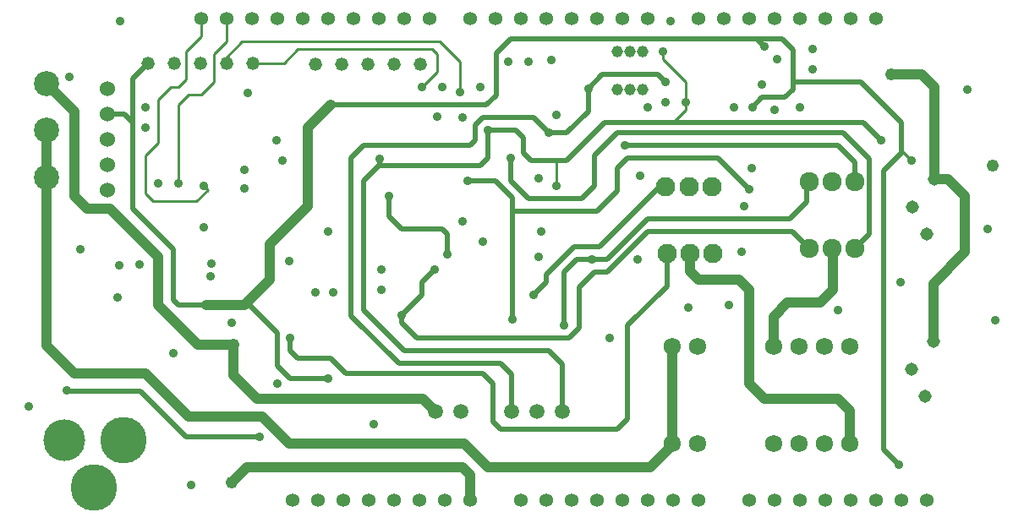
<source format=gbr>
G04 EAGLE Gerber RS-274X export*
G75*
%MOMM*%
%FSLAX34Y34*%
%LPD*%
%INCopper Layer 15*%
%IPPOS*%
%AMOC8*
5,1,8,0,0,1.08239X$1,22.5*%
G01*
%ADD10C,1.524000*%
%ADD11C,1.358000*%
%ADD12C,1.320800*%
%ADD13C,1.920000*%
%ADD14C,1.950000*%
%ADD15C,1.308000*%
%ADD16C,1.725000*%
%ADD17C,1.508000*%
%ADD18C,1.168000*%
%ADD19C,2.520000*%
%ADD20C,4.656100*%
%ADD21C,4.178300*%
%ADD22C,0.914400*%
%ADD23C,0.508000*%
%ADD24C,1.016000*%
%ADD25C,0.254000*%
%ADD26C,1.219200*%


D10*
X93940Y387510D03*
X93940Y412910D03*
X93940Y438310D03*
X93940Y362110D03*
X93940Y336710D03*
D11*
X634960Y508160D03*
X609560Y508160D03*
X584160Y508160D03*
X558760Y508160D03*
X533360Y508160D03*
X507960Y508160D03*
X482560Y508160D03*
X457160Y508160D03*
X416520Y508160D03*
X391120Y508160D03*
X365720Y508160D03*
X340320Y508160D03*
X314920Y508160D03*
X289520Y508160D03*
X264120Y508160D03*
X238720Y508160D03*
X213320Y508160D03*
X187920Y508160D03*
X279360Y25560D03*
X304760Y25560D03*
X330160Y25560D03*
X355560Y25560D03*
X380960Y25560D03*
X406360Y25560D03*
X431760Y25560D03*
X457160Y25560D03*
X507960Y25560D03*
X533360Y25560D03*
X558760Y25560D03*
X584160Y25560D03*
X609560Y25560D03*
X634960Y25560D03*
X660360Y25560D03*
X685760Y25560D03*
X685760Y508160D03*
X711160Y508160D03*
X736560Y508160D03*
X761960Y508160D03*
X787360Y508160D03*
X812760Y508160D03*
X838160Y508160D03*
X863560Y508160D03*
X736560Y25560D03*
X761960Y25560D03*
X787360Y25560D03*
X812760Y25560D03*
X838160Y25560D03*
X863560Y25560D03*
X888960Y25560D03*
X914360Y25560D03*
D12*
X134580Y463710D03*
X160742Y463710D03*
X186904Y463710D03*
X213066Y463710D03*
X239228Y463710D03*
X302220Y462440D03*
X328382Y462440D03*
X354544Y462440D03*
X380706Y462440D03*
X406868Y462440D03*
D13*
X796250Y278290D03*
X819150Y278290D03*
X842050Y278290D03*
D14*
X654010Y273210D03*
X676910Y273210D03*
X699810Y273210D03*
D15*
X898550Y157440D03*
X920550Y184940D03*
X912550Y129940D03*
D13*
X796450Y344920D03*
X819350Y344920D03*
X842250Y344920D03*
D14*
X652940Y339840D03*
X675840Y339840D03*
X698740Y339840D03*
D15*
X899820Y320000D03*
X921820Y347500D03*
X913820Y292500D03*
D16*
X659290Y180090D03*
X684690Y180090D03*
X760890Y180090D03*
X786290Y180090D03*
X811690Y180090D03*
X837090Y180090D03*
X659290Y82300D03*
X684690Y82300D03*
X760890Y82300D03*
X786290Y82300D03*
X811690Y82300D03*
X837090Y82300D03*
D17*
X422160Y114920D03*
X447560Y114920D03*
X498360Y114920D03*
X523760Y114920D03*
X549160Y114920D03*
D18*
X604480Y475140D03*
X617180Y475140D03*
X629880Y475140D03*
X604480Y437040D03*
X617180Y437040D03*
X629880Y437040D03*
D19*
X32980Y349400D03*
X32980Y396400D03*
X32980Y443400D03*
D20*
X110196Y85758D03*
D21*
X50196Y85758D03*
D20*
X80196Y38758D03*
D22*
X55840Y449740D03*
X657820Y505620D03*
X360640Y101760D03*
X104100Y228760D03*
X159980Y172880D03*
X469860Y284640D03*
X218400Y203360D03*
X955000Y437040D03*
X368260Y236380D03*
X728940Y274480D03*
X652740Y424340D03*
X264120Y142400D03*
X731480Y320200D03*
X749260Y442120D03*
X234422Y433718D03*
X739588Y419748D03*
X751800Y480220D03*
X499040Y207170D03*
D23*
X499040Y315120D01*
X499040Y329120D01*
X482560Y345600D01*
X454620Y345600D01*
D22*
X314920Y147480D03*
X454620Y345600D03*
X193000Y221140D03*
D23*
X165060Y221140D01*
X159980Y226220D01*
X110450Y412910D02*
X93940Y412910D01*
X159980Y277020D02*
X159980Y226220D01*
X159980Y277020D02*
X119340Y317660D01*
X119340Y404020D01*
X110450Y412910D01*
X119340Y404020D02*
X119340Y448470D01*
D24*
X193000Y221140D02*
X231100Y221140D01*
D23*
X236180Y221140D01*
X264120Y193200D01*
X264120Y160180D02*
X276820Y147480D01*
X314920Y147480D01*
X264120Y160180D02*
X264120Y193200D01*
X871180Y76360D02*
X871180Y355760D01*
X888960Y373540D01*
X888960Y376080D01*
X888960Y404020D01*
X848320Y444660D01*
X780228Y444660D01*
D22*
X886420Y61120D03*
D24*
X256500Y246540D02*
X231100Y221140D01*
X256500Y246540D02*
X256500Y282100D01*
X294600Y320200D01*
X294600Y398940D01*
X317460Y421800D01*
D23*
X473162Y421800D01*
X482814Y431452D01*
X482814Y473362D01*
X497292Y487840D01*
X744180Y487840D01*
X871180Y76360D02*
X886420Y61120D01*
D22*
X736306Y337726D03*
D23*
X614640Y368460D02*
X604480Y358300D01*
X736052Y337726D02*
X736306Y337726D01*
X736052Y337726D02*
X705318Y368460D01*
X614640Y368460D01*
X604480Y358300D02*
X604480Y335440D01*
X584160Y315120D01*
X499040Y315120D01*
X744180Y487840D02*
X751800Y480220D01*
X744180Y487840D02*
X769580Y487840D01*
X780228Y477192D02*
X780228Y444660D01*
X780228Y477192D02*
X769580Y487840D01*
X780228Y444660D02*
X780228Y437528D01*
X772120Y429420D01*
X749260Y429420D02*
X739588Y419748D01*
X749260Y429420D02*
X772120Y429420D01*
D25*
X888960Y376080D02*
X899120Y365920D01*
D22*
X899120Y365920D03*
D23*
X134580Y463710D02*
X119340Y448470D01*
D22*
X198080Y263050D03*
X196810Y250350D03*
X449540Y304960D03*
X800060Y457360D03*
X764500Y467520D03*
X314920Y294800D03*
X429220Y439580D03*
X596860Y188120D03*
D26*
X218400Y43340D03*
D24*
X233640Y58580D01*
X449540Y58580D02*
X457160Y50960D01*
X457160Y25560D01*
X449540Y58580D02*
X233640Y58580D01*
D22*
X302220Y233840D03*
X165060Y343060D03*
D25*
X165060Y421800D01*
X175220Y431960D01*
X187920Y431960D01*
X200620Y444660D01*
X200620Y472600D02*
X213320Y485300D01*
X213320Y508160D01*
X200620Y472600D02*
X200620Y444660D01*
D22*
X320000Y233840D03*
X190460Y340520D03*
D25*
X194270Y336710D01*
X182840Y325280D01*
X139660Y325280D01*
X132040Y332900D01*
X132040Y371000D01*
X144740Y383700D01*
X144740Y426880D01*
X157440Y439580D01*
X165060Y439580D01*
X172680Y447200D01*
X172680Y475140D01*
X187920Y490380D01*
X187920Y508160D01*
D22*
X269200Y365920D03*
X106640Y505620D03*
X66508Y277020D03*
X105624Y261272D03*
X125944Y262288D03*
X275550Y265590D03*
X190460Y299626D03*
X132040Y419260D03*
X132040Y398940D03*
D26*
X980400Y360840D03*
D22*
X627340Y350680D03*
X144740Y343060D03*
X538440Y467266D03*
X467320Y439580D03*
X624916Y266744D03*
X525740Y269400D03*
X368260Y256700D03*
X474940Y396400D03*
D23*
X549160Y162160D02*
X549160Y114920D01*
X549160Y162160D02*
X535900Y175420D01*
X391120Y175420D02*
X350480Y216060D01*
X391120Y175420D02*
X535900Y175420D01*
X350480Y345600D02*
X365720Y360840D01*
X350480Y345600D02*
X350480Y216060D01*
X365720Y360840D02*
X467320Y360840D01*
X474940Y368460D02*
X474940Y396400D01*
X474940Y368460D02*
X467320Y360840D01*
X474940Y396400D02*
X502880Y396400D01*
X510500Y388780D01*
X510500Y373540D02*
X518120Y365920D01*
X543520Y365920D01*
X553680Y365920D01*
X510500Y373540D02*
X510500Y388780D01*
X553680Y365920D02*
X591780Y404020D01*
X850860Y404020D02*
X868640Y386240D01*
D22*
X868640Y386240D03*
D23*
X850860Y404020D02*
X660360Y404020D01*
D22*
X650200Y475140D03*
D23*
X660360Y404020D02*
X591780Y404020D01*
D25*
X543520Y365920D02*
X543520Y340752D01*
X543404Y340636D01*
D22*
X543404Y340636D03*
X366512Y368206D03*
D25*
X660360Y404020D02*
X673060Y416720D01*
X650200Y467520D02*
X650200Y475140D01*
X650200Y467520D02*
X673060Y444660D01*
X673060Y424340D01*
X673060Y416720D01*
D22*
X673060Y424340D03*
D23*
X366512Y368206D02*
X366243Y367937D01*
X366243Y361363D02*
X365720Y360840D01*
X366243Y361363D02*
X366243Y367937D01*
D22*
X495260Y464980D03*
X515580Y464980D03*
X535900Y393860D03*
D23*
X487640Y162720D02*
X498360Y152000D01*
X385859Y162720D02*
X337780Y210799D01*
X385859Y162720D02*
X487640Y162720D01*
X337780Y210799D02*
X337780Y368460D01*
X520660Y409100D02*
X535900Y393860D01*
X350480Y381160D02*
X337780Y368460D01*
X350480Y381160D02*
X457160Y381160D01*
X462240Y386240D01*
X462240Y401480D01*
X469860Y409100D01*
X520660Y409100D01*
X535900Y393860D02*
X553680Y393860D01*
X575270Y438310D02*
X589240Y452280D01*
X575270Y438310D02*
X575270Y415450D01*
X553680Y393860D01*
D22*
X652740Y444660D03*
D23*
X645120Y452280D01*
X589240Y452280D01*
D22*
X575270Y438310D03*
D23*
X498360Y152000D02*
X498360Y114920D01*
D22*
X424100Y410624D03*
X634960Y419260D03*
D24*
X837090Y115530D02*
X837090Y82300D01*
X837090Y115530D02*
X825460Y127160D01*
X751800Y127160D01*
X676910Y255390D02*
X676910Y273210D01*
X676910Y255390D02*
X685760Y246540D01*
X726400Y246540D01*
X736560Y236380D01*
X736560Y142400D02*
X751800Y127160D01*
X736560Y142400D02*
X736560Y236380D01*
X760890Y209910D02*
X760890Y180090D01*
X807680Y223680D02*
X820380Y236380D01*
X820380Y277060D01*
D23*
X819150Y278290D01*
D24*
X774660Y223680D02*
X760890Y209910D01*
X774660Y223680D02*
X807680Y223680D01*
D23*
X842050Y278290D02*
X856422Y292662D01*
X604480Y393860D02*
X581620Y371000D01*
X581620Y340520D01*
X568920Y327820D01*
X515580Y327820D01*
X856422Y292662D02*
X856422Y367978D01*
X830540Y393860D01*
X604480Y393860D01*
X515580Y327820D02*
X497800Y345600D01*
X497800Y368460D01*
D22*
X497800Y368460D03*
X434300Y271940D03*
D23*
X434300Y292260D01*
X429220Y297340D01*
X375880Y310040D02*
X375880Y330360D01*
D22*
X375880Y330360D03*
D23*
X388580Y297340D02*
X429220Y297340D01*
X388580Y297340D02*
X375880Y310040D01*
D22*
X525740Y348140D03*
X528280Y294800D03*
X421600Y256700D03*
X388580Y210980D03*
D23*
X408900Y231300D01*
X408900Y244000D02*
X421600Y256700D01*
X408900Y244000D02*
X408900Y231300D01*
X388580Y210980D02*
X388580Y203360D01*
X403820Y188120D01*
X556220Y188120D01*
X566380Y198280D01*
X566380Y238920D01*
X779740Y294800D02*
X796250Y278290D01*
X581620Y254160D02*
X566380Y238920D01*
X581620Y254160D02*
X594320Y254160D01*
X634960Y294800D01*
X779740Y294800D01*
X614640Y200820D02*
X614640Y106840D01*
X469860Y152560D02*
X332700Y152560D01*
X469860Y152560D02*
X480020Y142400D01*
X480020Y104300D01*
X487640Y96680D01*
X604480Y96680D01*
X614640Y106840D01*
X654010Y240190D02*
X654010Y273210D01*
X654010Y240190D02*
X614640Y200820D01*
X332700Y152560D02*
X317460Y167800D01*
X284440Y167800D01*
X276820Y175420D01*
X276820Y188120D01*
D22*
X276820Y188120D03*
X825460Y216060D03*
D24*
X920550Y242570D02*
X920550Y184940D01*
X952460Y274480D02*
X952460Y330360D01*
X935320Y347500D01*
X921820Y347500D01*
X952460Y274480D02*
X920550Y242570D01*
X921820Y347500D02*
X921820Y439740D01*
X909280Y452280D02*
X878800Y452280D01*
D26*
X878800Y452280D03*
D24*
X909280Y452280D02*
X921820Y439740D01*
D23*
X842250Y364370D02*
X842250Y344920D01*
X825460Y381160D02*
X612100Y381160D01*
D22*
X612100Y381160D03*
D23*
X825460Y381160D02*
X842250Y364370D01*
D22*
X551140Y200820D03*
D23*
X551140Y254160D01*
X563840Y266860D01*
X579080Y266860D01*
D22*
X579080Y266860D03*
D23*
X594320Y266860D01*
X794300Y342770D02*
X796450Y344920D01*
X794300Y342770D02*
X794300Y324600D01*
X634960Y307500D02*
X594320Y266860D01*
X634960Y307500D02*
X777200Y307500D01*
X794300Y324600D01*
X652940Y339840D02*
X646980Y339840D01*
X586700Y279560D02*
X561300Y279560D01*
X586700Y279560D02*
X646980Y339840D01*
D22*
X520660Y231300D03*
D23*
X533360Y244000D01*
X533360Y251620D01*
X561300Y279560D01*
D22*
X888198Y244254D03*
X246340Y89060D03*
D23*
X54416Y134780D02*
X53300Y135896D01*
D22*
X53300Y135896D03*
D23*
X172680Y89060D02*
X246340Y89060D01*
X172680Y89060D02*
X126960Y134780D01*
X54416Y134780D01*
D26*
X220080Y181360D03*
D24*
X220080Y150880D02*
X243800Y127160D01*
X409920Y127160D02*
X422160Y114920D01*
X409920Y127160D02*
X243800Y127160D01*
X220080Y150880D02*
X220080Y181360D01*
X184520Y181360D01*
X144740Y221140D02*
X144740Y269400D01*
X96480Y317660D01*
X144740Y221140D02*
X184520Y181360D01*
X96480Y317660D02*
X73620Y317660D01*
X60920Y330360D01*
X60920Y415460D02*
X32980Y443400D01*
X60920Y415460D02*
X60920Y330360D01*
D22*
X15200Y119540D03*
X177760Y40800D03*
X231100Y356776D03*
X739100Y358300D03*
X721320Y419260D03*
X761960Y416720D03*
X787360Y419260D03*
X231100Y337980D03*
D25*
X426680Y485300D02*
X447000Y464980D01*
D22*
X447000Y434500D03*
D25*
X447000Y464980D01*
X213066Y463710D02*
X213066Y469606D01*
X228760Y485300D02*
X426680Y485300D01*
X228760Y485300D02*
X213066Y469606D01*
X270470Y463710D02*
X284440Y477680D01*
X419060Y477680D01*
X424140Y472600D01*
X424140Y454820D01*
X408900Y439580D01*
D22*
X408900Y439580D03*
D25*
X270470Y463710D02*
X239228Y463710D01*
D22*
X263104Y386240D03*
D24*
X659290Y180090D02*
X659290Y82300D01*
X32980Y349400D02*
X32980Y396400D01*
X32980Y349400D02*
X32980Y180500D01*
X60920Y152560D01*
X132040Y152560D01*
X175220Y109380D01*
X248880Y109380D01*
X275960Y82300D01*
X451220Y82300D01*
X474940Y58580D01*
X637500Y58580D01*
X660360Y81440D01*
X659290Y82300D01*
D22*
X982940Y205900D03*
X716240Y221140D03*
X975320Y297340D03*
X675600Y218600D03*
X800060Y477680D03*
X449540Y409354D03*
X543520Y411640D03*
M02*

</source>
